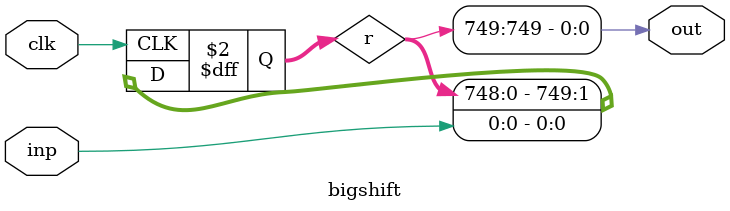
<source format=v>
module bigshift (clk, inp, out);

parameter BITS = 750;

input clk;
input inp;
output out;

reg [BITS-1:0] r;

always @(posedge clk)
    r <= {r[BITS-2:0], inp};

assign out = r[BITS-1];

endmodule

</source>
